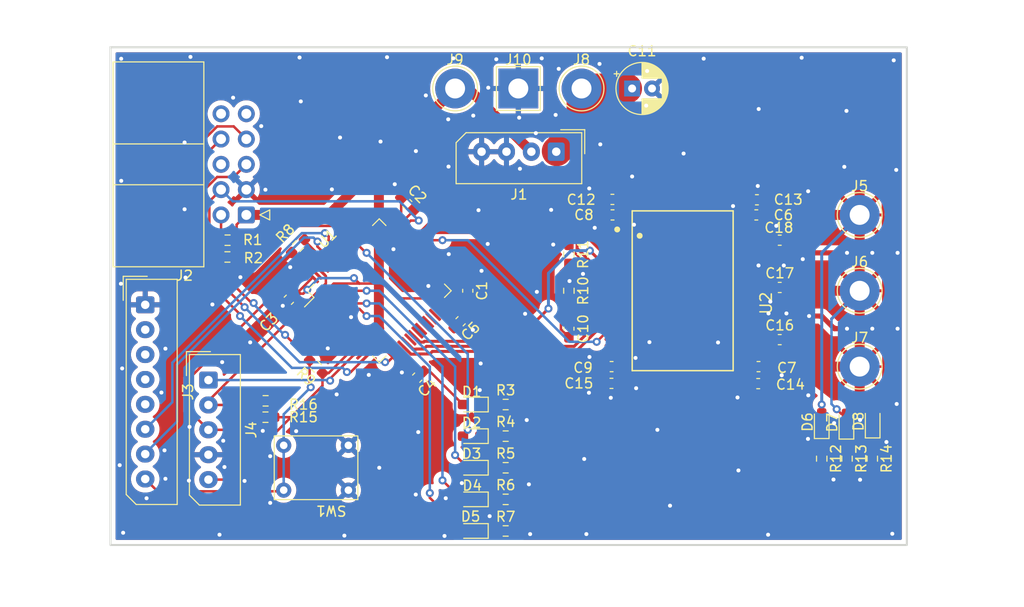
<source format=kicad_pcb>
(kicad_pcb (version 20211014) (generator pcbnew)
  (layers (0 "F.Cu" signal) (31 "B.Cu" signal) (34 "B.Paste" user) (35 "F.Paste" user) (36 "B.SilkS" user "B.Silkscreen") (37 "F.SilkS" user "F.Silkscreen") (38 "B.Mask" user) (39 "F.Mask" user) (44 "Edge.Cuts" user))
  (net 0 "")
  (net 1 "+3.3V")
  (net 2 "GND")
  (net 3 "Net-(C5-Pad2)")
  (net 4 "+12V")
  (net 5 "Net-(C10-Pad1)")
  (net 6 "Net-(C10-Pad2)")
  (net 7 "Net-(D6-Pad1)")
  (net 8 "Net-(D7-Pad1)")
  (net 9 "Net-(D1-Pad1)")
  (net 10 "Net-(D2-Pad1)")
  (net 11 "LED1")
  (net 12 "Net-(D3-Pad1)")
  (net 13 "LED2")
  (net 14 "Net-(D4-Pad1)")
  (net 15 "LED3")
  (net 16 "Net-(D5-Pad1)")
  (net 17 "LED4")
  (net 18 "SWCLK")
  (net 19 "SWDIO")
  (net 20 "NRST")
  (net 22 "TX_PC")
  (net 23 "RX_PC")
  (net 26 "MOSI")
  (net 27 "MISO")
  (net 28 "SCK")
  (net 29 "CS")
  (net 30 "TX_Main")
  (net 31 "RX_Main")
  (net 32 "Net-(R8-Pad1)")
  (net 33 "Net-(D8-Pad1)")
  (net 40 "analog")
  (net 42 "SDA")
  (net 43 "SCL")
  (net 45 "Net-(R11-Pad1)")
  (net 58 "PWM2")
  (net 59 "reset0")
  (net 60 "reset1")
  (net 61 "reset2")
  (net 72 "PWM0")
  (net 73 "PWM1")
  (net 79 "C")
  (net 80 "B")
  (net 81 "A")
  (net 82 "Net-(C16-Pad1)")
  (net 83 "Net-(C17-Pad1)")
  (net 84 "Net-(C18-Pad1)")
  (footprint "Capacitor_SMD:C_0603_1608Metric_Pad1.08x0.95mm_HandSolder" (layer "F.Cu") (at 164.938943 115.319434)
    (fp_text reference "C13")
    (fp_text value "100n")
  )
  (footprint "Resistor_SMD:R_0603_1608Metric_Pad0.98x0.95mm_HandSolder" (layer "F.Cu") (at 139.7 142.24)
    (fp_text reference "R5")
    (fp_text value "3.3k")
  )
  (footprint "Diode_SMD:D_0603_1608Metric_Pad1.05x0.95mm_HandSolder" (layer "F.Cu") (at 136.285 135.89 180)
    (fp_text reference "D1")
    (fp_text value "Green")
  )
  (footprint "Resistor_SMD:R_0603_1608Metric_Pad0.98x0.95mm_HandSolder" (layer "F.Cu") (at 139.7 148.59)
    (fp_text reference "R7")
    (fp_text value "3.3k")
  )
  (footprint "Capacitor_SMD:C_0603_1608Metric_Pad1.08x0.95mm_HandSolder" (layer "F.Cu") (at 167.2325 124.128081)
    (fp_text reference "C17")
    (fp_text value "100n")
  )
  (footprint "Capacitor_SMD:C_0603_1608Metric_Pad1.08x0.95mm_HandSolder" (layer "F.Cu") (at 164.878068 116.84)
    (fp_text reference "C6")
    (fp_text value "1u")
  )
  (footprint "Diode_SMD:D_0603_1608Metric_Pad1.05x0.95mm_HandSolder" (layer "F.Cu") (at 136.285 139.065 180)
    (fp_text reference "D2")
    (fp_text value "Yellow")
  )
  (footprint "Resistor_SMD:R_0603_1608Metric_Pad0.98x0.95mm_HandSolder" (layer "F.Cu") (at 120.65 132.08 135)
    (fp_text reference "R9")
    (fp_text value "10k")
  )
  (footprint "Connector_Molex:Molex_SPOX_5267-05A_1x05_P2.50mm_Vertical" (layer "F.Cu") (at 109.84 133.43 -90)
    (fp_text reference "J4")
    (fp_text value "Conn_01x05_Male")
  )
  (footprint "TestPoint:TestPoint_THTPad_D4.0mm_Drill2.0mm" (layer "F.Cu") (at 175.26 132.08)
    (fp_text reference "J7")
    (fp_text value "Conn_01x01")
  )
  (footprint "Connector_Molex:Molex_SPOX_5267-08A_1x08_P2.50mm_Vertical" (layer "F.Cu") (at 103.49 125.87 -90)
    (fp_text reference "J3")
    (fp_text value "Main")
  )
  (footprint "Connector_Molex:Molex_SPOX_5267-04A_1x04_P2.50mm_Vertical" (layer "F.Cu") (at 144.78 110.49 180)
    (fp_text reference "J1")
    (fp_text value "Power")
  )
  (footprint "Resistor_SMD:R_0603_1608Metric_Pad0.98x0.95mm_HandSolder" (layer "F.Cu") (at 111.76 119.38)
    (fp_text reference "R1")
    (fp_text value "10k")
  )
  (footprint "Capacitor_SMD:C_0603_1608Metric_Pad1.08x0.95mm_HandSolder" (layer "F.Cu") (at 165.1 132.08)
    (fp_text reference "C7")
    (fp_text value "1u")
  )
  (footprint "TestPoint:TestPoint_THTPad_D4.0mm_Drill2.0mm" (layer "F.Cu") (at 147.32 104.14)
    (fp_text reference "J8")
    (fp_text value "Conn_01x01")
  )
  (footprint "Capacitor_THT:CP_Radial_D5.0mm_P2.00mm" (layer "F.Cu") (at 152.4 104.14)
    (fp_text reference "C11")
    (fp_text value "100uF 25v")
  )
  (footprint "Capacitor_SMD:C_0603_1608Metric_Pad1.08x0.95mm_HandSolder" (layer "F.Cu") (at 150.434 116.84 180)
    (fp_text reference "C8")
    (fp_text value "1u")
  )
  (footprint "Capacitor_SMD:C_0603_1608Metric_Pad1.08x0.95mm_HandSolder" (layer "F.Cu") (at 130.813147 133.187837 -135)
    (fp_text reference "C4")
    (fp_text value "100n")
  )
  (footprint "Resistor_SMD:R_0603_1608Metric_Pad0.98x0.95mm_HandSolder" (layer "F.Cu") (at 173.99 141.3275 -90)
    (fp_text reference "R13")
    (fp_text value "3.3k")
  )
  (footprint "Resistor_SMD:R_0603_1608Metric_Pad0.98x0.95mm_HandSolder" (layer "F.Cu") (at 176.53 141.3275 -90)
    (fp_text reference "R14")
    (fp_text value "3.3k")
  )
  (footprint "Resistor_SMD:R_0603_1608Metric_Pad0.98x0.95mm_HandSolder" (layer "F.Cu") (at 146.05 124.46 -90)
    (fp_text reference "R10")
    (fp_text value "1")
  )
  (footprint "Connector_IDC:IDC-Header_2x05_P2.54mm_Horizontal" (layer "F.Cu") (at 113.6475 116.84 180)
    (fp_text reference "J2")
    (fp_text value "Write")
  )
  (footprint "Capacitor_SMD:C_0603_1608Metric_Pad1.08x0.95mm_HandSolder" (layer "F.Cu") (at 129.809492 115.748386 -45)
    (fp_text reference "C2")
    (fp_text value "100n")
  )
  (footprint "Capacitor_SMD:C_0603_1608Metric_Pad1.08x0.95mm_HandSolder" (layer "F.Cu") (at 150.421161 115.28323 180)
    (fp_text reference "C12")
    (fp_text value "100n")
  )
  (footprint "Capacitor_SMD:C_0603_1608Metric_Pad1.08x0.95mm_HandSolder" (layer "F.Cu") (at 165.068519 133.787309)
    (fp_text reference "C14")
    (fp_text value "100n")
  )
  (footprint "Capacitor_SMD:C_0603_1608Metric_Pad1.08x0.95mm_HandSolder" (layer "F.Cu") (at 117.916806 125.361567 -135)
    (fp_text reference "C3")
    (fp_text value "100n")
  )
  (footprint "TestPoint:TestPoint_THTPad_D4.0mm_Drill2.0mm" (layer "F.Cu") (at 175.26 116.84)
    (fp_text reference "J5")
    (fp_text value "Conn_01x01")
  )
  (footprint "TestPoint:TestPoint_THTPad_D4.0mm_Drill2.0mm" (layer "F.Cu") (at 175.26 124.46)
    (fp_text reference "J6")
    (fp_text value "Conn_01x01")
  )
  (footprint "TestPoint:TestPoint_THTPad_4.0x4.0mm_Drill2.0mm" (layer "F.Cu") (at 140.97 104.14)
    (fp_text reference "J10")
    (fp_text value "Conn_01x01")
  )
  (footprint "Capacitor_SMD:C_0603_1608Metric_Pad1.08x0.95mm_HandSolder" (layer "F.Cu") (at 135.171088 127.522205 -135)
    (fp_text reference "C5")
    (fp_text value "4.7u")
  )
  (footprint "Resistor_SMD:R_0603_1608Metric_Pad0.98x0.95mm_HandSolder" (layer "F.Cu") (at 139.7 135.89)
    (fp_text reference "R3")
    (fp_text value "3.3k")
  )
  (footprint "Resistor_SMD:R_0603_1608Metric_Pad0.98x0.95mm_HandSolder" (layer "F.Cu") (at 115.57 137.16)
    (fp_text reference "R15")
    (fp_text value "10k")
  )
  (footprint "Capacitor_SMD:C_0603_1608Metric_Pad1.08x0.95mm_HandSolder" (layer "F.Cu") (at 167.2325 129.368775)
    (fp_text reference "C16")
    (fp_text value "100n")
  )
  (footprint "TestPoint:TestPoint_THTPad_D4.0mm_Drill2.0mm" (layer "F.Cu") (at 134.62 104.14)
    (fp_text reference "J9")
    (fp_text value "Conn_01x01")
  )
  (footprint "Diode_SMD:D_0603_1608Metric_Pad1.05x0.95mm_HandSolder" (layer "F.Cu") (at 136.285 142.24 180)
    (fp_text reference "D3")
    (fp_text value "Red")
  )
  (footprint "Resistor_SMD:R_0603_1608Metric_Pad0.98x0.95mm_HandSolder" (layer "F.Cu") (at 139.7 139.065)
    (fp_text reference "R4")
    (fp_text value "3.3k")
  )
  (footprint "Resistor_SMD:R_0603_1608Metric_Pad0.98x0.95mm_HandSolder" (layer "F.Cu") (at 146.05 120.806326 -90)
    (fp_text reference "R11")
    (fp_text value "33k")
  )
  (footprint "Capacitor_SMD:C_0603_1608Metric_Pad1.08x0.95mm_HandSolder" (layer "F.Cu") (at 167.2325 119.38)
    (fp_text reference "C18")
    (fp_text value "100n")
  )
  (footprint "1_MakeByMyself:HTSSOP36" (layer "F.Cu") (at 157.48 124.46 -90)
    (fp_text reference "U2")
    (fp_text value "DRV8332DKDR" hide)
  )
  (footprint "Diode_SMD:D_0603_1608Metric_Pad1.05x0.95mm_HandSolder" (layer "F.Cu") (at 176.568445 137.584197 90)
    (fp_text reference "D8")
    (fp_text value "Red")
  )
  (footprint "Package_QFP:LQFP-64_10x10mm_P0.5mm" (layer "F.Cu") (at 127 124.46 45)
    (fp_text reference "U1")
    (fp_text value "STM32F446RETx")
  )
  (footprint "Diode_SMD:D_0603_1608Metric_Pad1.05x0.95mm_HandSolder" (layer "F.Cu") (at 171.45 137.645 90)
    (fp_text reference "D6")
    (fp_text value "Red")
  )
  (footprint "1_MakeByMyself:TACT2" (layer "F.Cu") (at 120.65 142.24 180)
    (fp_text reference "SW1")
    (fp_text value "SW_Push_Dual")
  )
  (footprint "Capacitor_SMD:C_0603_1608Metric_Pad1.08x0.95mm_HandSolder" (layer "F.Cu") (at 150.34 132.08 180)
    (fp_text reference "C9")
    (fp_text value "1u")
  )
  (footprint "Resistor_SMD:R_0603_1608Metric_Pad0.98x0.95mm_HandSolder" (layer "F.Cu") (at 111.746646 121.063985)
    (fp_text reference "R2")
    (fp_text value "10k")
  )
  (footprint "Capacitor_SMD:C_0603_1608Metric_Pad1.08x0.95mm_HandSolder" (layer "F.Cu") (at 150.327118 133.763173 180)
    (fp_text reference "C15")
    (fp_text value "100n")
  )
  (footprint "Resistor_SMD:R_0603_1608Metric_Pad0.98x0.95mm_HandSolder" (layer "F.Cu") (at 118.840286 119.969224 -135)
    (fp_text reference "R8")
    (fp_text value "10k")
  )
  (footprint "Diode_SMD:D_0603_1608Metric_Pad1.05x0.95mm_HandSolder" (layer "F.Cu") (at 136.285 145.415 180)
    (fp_text reference "D4")
    (fp_text value "Red")
  )
  (footprint "Resistor_SMD:R_0603_1608Metric_Pad0.98x0.95mm_HandSolder" (layer "F.Cu") (at 115.583353 135.517413)
    (fp_text reference "R16")
    (fp_text value "10k")
  )
  (footprint "Resistor_SMD:R_0603_1608Metric_Pad0.98x0.95mm_HandSolder" (layer "F.Cu") (at 139.7 145.415)
    (fp_text reference "R6")
    (fp_text value "3.3k")
  )
  (footprint "Capacitor_SMD:C_0603_1608Metric_Pad1.08x0.95mm_HandSolder" (layer "F.Cu") (at 135.89 124.46 -90)
    (fp_text reference "C1")
    (fp_text value "100n")
  )
  (footprint "Diode_SMD:D_0603_1608Metric_Pad1.05x0.95mm_HandSolder" (layer "F.Cu") (at 136.285 148.59 180)
    (fp_text reference "D5")
    (fp_text value "Red")
  )
  (footprint "Capacitor_SMD:C_0603_1608Metric_Pad1.08x0.95mm_HandSolder" (layer "F.Cu") (at 146.05 128.27 -90)
    (fp_text reference "C10")
    (fp_text value "100n")
  )
  (footprint "Resistor_SMD:R_0603_1608Metric_Pad0.98x0.95mm_HandSolder" (layer "F.Cu") (at 171.45 141.3275 -90)
    (fp_text reference "R12")
    (fp_text value "3.3k")
  )
  (footprint "Diode_SMD:D_0603_1608Metric_Pad1.05x0.95mm_HandSolder" (layer "F.Cu") (at 173.932331 137.699534 90)
    (fp_text reference "D7")
    (fp_text value "Red")
  )
  (gr_rect (start 100 100) (end 180 150) (layer "Edge.Cuts") (width 0.2) (fill none))
  (segment (start 132.097957 132.577957) (end 131.423027 132.577957) (width 0.25) (layer "F.Cu") (net 1))
  (segment (start 118.526686 124.751687) (end 118.682651 124.751687) (width 0.25) (layer "F.Cu") (net 1))
  (segment (start 112.6725 119.38) (end 112.6725 117.815) (width 0.25) (layer "F.Cu") (net 1))
  (segment (start 126.961828 128.231828) (end 127 128.27) (width 1) (layer "F.Cu") (net 1))
  (segment (start 118.526686 124.751687) (end 119.364302 124.751687) (width 0.25) (layer "F.Cu") (net 1))
  (segment (start 126.961828 119.341828) (end 126.961828 123.228172) (width 1) (layer "F.Cu") (net 1))
  (segment (start 129.036726 125.226726) (end 127.038172 123.228172) (width 0.25) (layer "F.Cu") (net 1))
  (segment (start 127 128.349088) (end 127 128.27) (width 0.25) (layer "F.Cu") (net 1))
  (segment (start 129.068287 130.417375) (end 131.228869 132.577957) (width 0.25) (layer "F.Cu") (net 1))
  (segment (start 118.134236 137.16) (end 119.392118 135.902118) (width 0.25) (layer "F.Cu") (net 1))
  (segment (start 131.228869 132.577957) (end 131.423027 132.577957) (width 0.25) (layer "F.Cu") (net 1))
  (segment (start 111.864236 143.43) (end 119.392118 135.902118) (width 0.25) (layer "F.Cu") (net 1))
  (segment (start 134.62 104.14) (end 135.93 104.14) (width 1) (layer "F.Cu") (net 1))
  (segment (start 126.961828 125.691828) (end 126.961828 128.231828) (width 1) (layer "F.Cu") (net 1))
  (segment (start 125.172613 129.469367) (end 125.879721 129.469367) (width 0.25) (layer "F.Cu") (net 1))
  (segment (start 121.295235 133.999001) (end 121.295235 132.725235) (width 0.25) (layer "F.Cu") (net 1))
  (segment (start 116.4825 137.16) (end 116.4825 135.530766) (width 0.25) (layer "F.Cu") (net 1))
  (segment (start 112.659146 119.393354) (end 112.6725 119.38) (width 0.25) (layer "F.Cu") (net 1))
  (segment (start 129.199612 116.957088) (end 129.199612 115.138506) (width 0.25) (layer "F.Cu") (net 1))
  (segment (start 122.4212 123.7355) (end 125.0055 123.7355) (width 0.25) (layer "F.Cu") (net 1))
  (segment (start 119.364302 124.751687) (end 119.766831 124.349158) (width 0.25) (layer "F.Cu") (net 1))
  (segment (start 126.961828 111.798172) (end 126.961828 119.341828) (width 1) (layer "F.Cu") (net 1))
  (segment (start 125.0055 123.7355) (end 126.4545 123.7355) (width 0.25) (layer "F.Cu") (net 1))
  (segment (start 121.92 116.84) (end 113.6475 116.84) (width 1) (layer "F.Cu") (net 1))
  (segment (start 133.666319 125.821181) (end 135.89 123.5975) (width 0.25) (layer "F.Cu") (net 1))
  (segment (start 121.295235 132.725235) (end 121.916745 132.725235) (width 0.25) (layer "F.Cu") (net 1))
  (segment (start 126.4545 123.7355) (end 126.961828 123.228172) (width 0.25) (layer "F.Cu") (net 1))
  (segment (start 125.879721 129.469367) (end 127 128.349088) (width 0.25) (layer "F.Cu") (net 1))
  (segment (start 126.961828 119.194872) (end 126.961828 119.341828) (width 0.25) (layer "F.Cu") (net 1))
  (segment (start 119.392118 135.902118) (end 121.295235 133.999001) (width 0.25) (layer "F.Cu") (net 1))
  (segment (start 129.068287 130.417375) (end 127 128.349088) (width 0.25) (layer "F.Cu") (net 1))
  (segment (start 109.84 143.43) (end 111.864236 143.43) (width 0.25) (layer "F.Cu") (net 1))
  (segment (start 133.664481 125.821181) (end 133.666319 125.821181) (width 0.25) (layer "F.Cu") (net 1))
  (segment (start 128.361181 117.795519) (end 129.199612 116.957088) (width 0.25) (layer "F.Cu") (net 1))
  (segment (start 112.659146 121.063985) (end 112.659146 119.393354) (width 0.25) (layer "F.Cu") (net 1))
  (segment (start 134.62 104.14) (end 126.961828 111.798172) (width 1) (layer "F.Cu") (net 1))
  (segment (start 116.4825 137.16) (end 118.134236 137.16) (width 0.25) (layer "F.Cu") (net 1))
  (segment (start 124.46 123.19) (end 125.0055 123.7355) (width 0.25) (layer "F.Cu") (net 1))
  (segment (start 118.682651 124.751687) (end 120.335519 123.098819) (width 0.25) (layer "F.Cu") (net 1))
  (segment (start 135.93 104.14) (end 142.28 110.49) (width 1) (layer "F.Cu") (net 1))
  (segment (start 116.4825 135.530766) (end 116.495853 135.517413) (width 0.25) (layer "F.Cu") (net 1))
  (segment (start 133.664481 125.821181) (end 133.070026 125.226726) (width 0.25) (layer "F.Cu") (net 1))
  (segment (start 126.961828 111.798172) (end 121.92 116.84) (width 1) (layer "F.Cu") (net 1))
  (segment (start 112.6725 117.815) (end 113.6475 116.84) (width 0.25) (layer "F.Cu") (net 1))
  (segment (start 127.038172 123.228172) (end 126.961828 123.228172) (width 0.25) (layer "F.Cu") (net 1))
  (segment (start 121.916745 132.725235) (end 124.578159 130.063821) (width 0.25) (layer "F.Cu") (net 1))
  (segment (start 135.41 135.89) (end 132.097957 132.577957) (width 0.25) (layer "F.Cu") (net 1))
  (segment (start 126.961828 123.228172) (end 126.961828 125.691828) (width 1) (layer "F.Cu") (net 1))
  (segment (start 124.578159 130.063821) (end 125.172613 129.469367) (width 0.25) (layer "F.Cu") (net 1))
  (segment (start 128.361181 117.795519) (end 126.961828 119.194872) (width 0.25) (layer "F.Cu") (net 1))
  (segment (start 120.335519 125.821181) (end 122.4212 123.7355) (width 0.25) (layer "F.Cu") (net 1))
  (segment (start 133.070026 125.226726) (end 129.036726 125.226726) (width 0.25) (layer "F.Cu") (net 1))
  (via (at 124.46 123.19) (size 0.8) (drill 0.4) (layers "F.Cu" "B.Cu") (net 1))
  (via (at 119.766831 124.349158) (size 0.8) (drill 0.4) (layers "F.Cu" "B.Cu") (net 1))
  (segment (start 119.766831 124.349158) (end 120.925989 123.19) (width 0.25) (layer "B.Cu") (net 1))
  (segment (start 120.925989 123.19) (end 124.46 123.19) (width 0.25) (layer "B.Cu") (net 1))
  (segment (start 146.85957 123.033605) (end 147.029765 123.2038) (width 0.25) (layer "F.Cu") (net 2))
  (segment (start 146.923968 122.941609) (end 147.015965 122.849612) (width 0.25) (layer "F.Cu") (net 2))
  (segment (start 135.89 125.3225) (end 135.89 126.803293) (width 0.25) (layer "F.Cu") (net 2))
  (segment (start 135.637832 126.769189) (end 135.780968 126.912325) (width 0.25) (layer "F.Cu") (net 2))
  (segment (start 164.282 121.92) (end 164.056 121.694) (width 0.5) (layer "F.Cu") (net 2))
  (segment (start 173.99 128.27) (end 176.53 128.27) (width 0.5) (layer "F.Cu") (net 2))
  (segment (start 147.042278 122.555222) (end 147.061963 122.555222) (width 0.25) (layer "F.Cu") (net 2))
  (segment (start 146.05 123.5475) (end 146.1125 123.485) (width 0.25) (layer "F.Cu") (net 2))
  (segment (start 172.72 128.27) (end 173.99 128.27) (width 0.5) (layer "F.Cu") (net 2))
  (segment (start 147.015965 122.849612) (end 147.015965 122.822013) (width 0.25) (layer "F.Cu") (net 2))
  (segment (start 146.831971 123.033605) (end 146.923968 122.941609) (width 0.25) (layer "F.Cu") (net 2))
  (segment (start 124.81906 127.764737) (end 124.164719 127.110396) (width 0.25) (layer "F.Cu") (net 2))
  (segment (start 130.203267 132.259461) (end 128.714734 130.770928) (width 0.25) (layer "F.Cu") (net 2))
  (segment (start 164.056 121.535) (end 164.056 121.694) (width 0.25) (layer "F.Cu") (net 2))
  (segment (start 165.1 121.92) (end 164.282 121.92) (width 0.5) (layer "F.Cu") (net 2))
  (segment (start 170.18 127) (end 171.45 127) (width 0.5) (layer "F.Cu") (net 2))
  (segment (start 146.748564 123.485) (end 146.937768 123.295796) (width 0.25) (layer "F.Cu") (net 2))
  (segment (start 146.831971 123.033605) (end 146.85957 123.033605) (width 0.25) (layer "F.Cu") (net 2))
  (segment (start 168.91 121.92) (end 167.64 121.92) (width 0.5) (layer "F.Cu") (net 2))
  (segment (start 173.99 120.65) (end 170.18 120.65) (width 0.5) (layer "F.Cu") (net 2))
  (segment (start 133.905383 126.769189) (end 135.637832 126.769189) (width 0.25) (layer "F.Cu") (net 2))
  (segment (start 146.1125 123.485) (end 146.748564 123.485) (width 0.25) (layer "F.Cu") (net 2))
  (segment (start 176.53 120.65) (end 173.99 120.65) (width 0.5) (layer "F.Cu") (net 2))
  (segment (start 169.545 121.285) (end 168.91 121.92) (width 0.5) (layer "F.Cu") (net 2))
  (segment (start 164.056 126.085) (end 164.056 127.385) (width 0.25) (layer "F.Cu") (net 2))
  (segment (start 130.419372 116.444434) (end 128.714734 118.149072) (width 0.25) (layer "F.Cu") (net 2))
  (segment (start 147.291955 122.941609) (end 146.923968 122.941609) (width 0.25) (layer "F.Cu") (net 2))
  (segment (start 121.828003 130.247483) (end 121.885242 130.304722) (width 0.25) (layer "F.Cu") (net 2))
  (segment (start 120.689072 122.745266) (end 120.094617 122.150811) (width 0.25) (layer "F.Cu") (net 2))
  (segment (start 120.094617 122.150811) (end 119.727891 122.150811) (width 0.25) (layer "F.Cu") (net 2))
  (segment (start 124.224606 129.710268) (end 124.81906 129.115814) (width 0.25) (layer "F.Cu") (net 2))
  (segment (start 146.297104 123.300396) (end 146.565181 123.300396) (width 0.25) (layer "F.Cu") (net 2))
  (segment (start 146.565181 123.300396) (end 146.569781 123.295796) (width 0.25) (layer "F.Cu") (net 2))
  (segment (start 146.937768 123.295796) (end 147.029765 123.2038) (width 0.25) (layer "F.Cu") (net 2))
  (segment (start 130.203267 133.797717) (end 130.203267 132.259461) (width 0.25) (layer "F.Cu") (net 2))
  (segment (start 147.029765 123.2038) (end 147.466749 122.766815) (width 0.25) (layer "F.Cu") (net 2))
  (segment (start 146.1125 123.485) (end 147.042278 122.555222) (width 0.25) (layer "F.Cu") (net 2))
  (segment (start 179.07 128.27) (end 179.07 120.65) (width 0.5) (layer "F.Cu") (net 2))
  (segment (start 167.905 126.735) (end 168.645 126.735) (width 0.5) (layer "F.Cu") (net 2))
  (segment (start 123.630152 130.304722) (end 124.224606 129.710268) (width 0.25) (layer "F.Cu") (net 2))
  (segment (start 146.569781 123.295796) (end 146.937768 123.295796) (width 0.25) (layer "F.Cu") (net 2))
  (segment (start 171.45 127) (end 172.72 128.27) (width 0.5) (layer "F.Cu") (net 2))
  (segment (start 166.105 126.735) (end 167.905 126.735) (width 0.5) (layer "F.Cu") (net 2))
  (segment (start 164.056 126.735) (end 166.105 126.735) (width 0.5) (layer "F.Cu") (net 2))
  (segment (start 117.306926 124.571776) (end 117.306926 125.971447) (width 0.25) (layer "F.Cu") (net 2))
  (segment (start 146.1125 123.485) (end 150.904 123.485) (width 0.25) (layer "F.Cu") (net 2))
  (segment (start 133.310928 126.174734) (end 133.905383 126.769189) (width 0.25) (layer "F.Cu") (net 2))
  (segment (start 130.419372 116.358266) (end 130.419372 116.444434) (width 0.25) (layer "F.Cu") (net 2))
  (segment (start 146.1125 123.485) (end 146.297104 123.300396) (width 0.25) (layer "F.Cu") (net 2))
  (segment (start 168.91 127) (end 170.18 127) (width 0.5) (layer "F.Cu") (net 2))
  (segment (start 168.645 126.735) (end 168.91 127) (width 0.5) (layer "F.Cu") (net 2))
  (segment (start 146.565181 123.300396) (end 146.831971 123.033605) (width 0.25) (layer "F.Cu") (net 2))
  (segment (start 124.81906 129.115814) (end 124.81906 127.764737) (width 0.25) (layer "F.Cu") (net 2))
  (segment (start 164.056 121.694) (end 164.056 122.185) (width 0.25) (layer "F.Cu") (net 2))
  (segment (start 170.18 120.65) (end 169.545 121.285) (width 0.5) (layer "F.Cu") (net 2))
  (segment (start 147.466749 122.766815) (end 147.291955 122.941609) (width 0.25) (layer "F.Cu") (net 2))
  (segment (start 135.89 126.803293) (end 135.780968 126.912325) (width 0.25) (layer "F.Cu") (net 2))
  (segment (start 121.885242 130.304722) (end 123.630152 130.304722) (width 0.25) (layer "F.Cu") (net 2))
  (segment (start 167.64 121.92) (end 165.1 121.92) (width 0.5) (layer "F.Cu") (net 2))
  (segment (start 140.6125 148.59) (end 140.6125 135.89) (width 0.25) (layer "F.Cu") (net 2))
  (segment (start 176.53 128.27) (end 179.07 128.27) (width 0.5) (layer "F.Cu") (net 2))
  (segment (start 119.727891 122.150811) (end 117.306926 124.571776) (width 0.25) (layer "F.Cu") (net 2))
  (segment (start 179.07 120.65) (end 176.53 120.65) (width 0.5) (layer "F.Cu") (net 2))
  (via (at 133.958975 111.987361) (size 0.8) (drill 0.4) (layers "F.Cu" "B.Cu") (net 2))
  (via (at 111.324338 139.527721) (size 0.8) (drill 0.4) (layers "F.Cu" "B.Cu") (net 2))
  (via (at 167.429672 132.945358) (size 0.8) (drill 0.4) (layers "F.Cu" "B.Cu") (net 2))
  (via (at 113.466711 143.564076) (size 0.8) (drill 0.4) (layers "F.Cu" "B.Cu") (net 2))
  (via (at 172.631194 143.423192) (size 0.8) (drill 0.4) (layers "F.Cu" "B.Cu") (net 2))
  (via (at 122.719278 134.870389) (size 0.8) (drill 0.4) (layers "F.Cu" "B.Cu") (net 2))
  (via (at 122.239501 114.275965) (size 0.8) (drill 0.4) (layers "F.Cu" "B.Cu") (net 2))
  (via (at 131.933286 123.979755) (size 0.8) (drill 0.4) (layers "F.Cu" "B.Cu") (net 2))
  (via (at 167.64 121.92) (size 0.8) (drill 0.4) (layers "F.Cu" "B.Cu") (net 2))
  (via (at 176.53 120.65) (size 0.8) (drill 0.4) (layers "F.Cu" "B.Cu") (net 2))
  (via (at 136.442885 106.864295) (size 0.8) (drill 0.4) (layers "F.Cu" "B.Cu") (net 2))
  (via (at 141.131267 112.204703) (size 0.8) (drill 0.4) (layers "F.Cu" "B.Cu") (net 2))
  (via (at 173.99 120.65) (size 0.8) (drill 0.4) (layers "F.Cu" "B.Cu") (net 2))
  (via (at 107.443227 109.565548) (size 0.8) (drill 0.4) (layers "F.Cu" "B.Cu") (net 2))
  (via (at 108.033156 100.965007) (size 0.8) (drill 0.4) (layers "F.Cu" "B.Cu") (net 2))
  (via (at 177.950903 139.655927) (size 0.8) (drill 0.4) (layers "F.Cu" "B.Cu") (net 2))
  (via (at 178.683168 101.309764) (size 0.8) (drill 0.4) (layers "F.Cu" "B.Cu") (net 2))
  (via (at 125.948362 132.914309) (size 0.8) (drill 0.4) (layers "F.Cu" "B.Cu") (net 2))
  (via (at 118.993412 101.027105) (size 0.8) (drill 0.4) (layers "F.Cu" "B.Cu") (net 2))
  (via (at 142.031685 143.905614) (size 0.8) (drill 0.4) (layers "F.Cu" "B.Cu") (net 2))
  (via (at 137.273694 122.45836) (size 0.8) (drill 0.4) (layers "F.Cu" "B.Cu") (net 2))
  (via (at 137.894672 119.757107) (size 0.8) (drill 0.4) (layers "F.Cu" "B.Cu") (net 2))
  (via (at 105.42505 140.490237) (size 0.8) (drill 0.4) (layers "F.Cu" "B.Cu") (net 2))
  (via (at 133.679535 145.302814) (size 0.8) (drill 0.4) (layers "F.Cu" "B.Cu") (net 2))
  (via (at 127 142.24) (size 0.8) (drill 0.4) (layers "F.Cu" "B.Cu") (net 2))
  (via (at 128.424762 120.284938) (size 0.8) (drill 0.4) (layers "F.Cu" "B.Cu") (net 2))
  (via (at 138.757508 101.204385) (size 0.8) (drill 0.4) (layers "F.Cu" "B.Cu") (net 2))
  (via (at 173.99 128.27) (size 0.8) (drill 0.4) (layers "F.Cu" "B.Cu") (net 2))
  (via (at 142.731765 108.625068) (size 0.8) (drill 0.4) (layers "F.Cu" "B.Cu") (net 2))
  (via (at 170.099876 134.963535) (size 0.8) (drill 0.4) (layers "F.Cu" "B.Cu") (net 2))
  (via (at 130.680802 110.428908) (size 0.8) (drill 0.4) (layers "F.Cu" "B.Cu") (net 2))
  (via (at 170.085832 114.462259) (size 0.8) (drill 0.4) (layers "F.Cu" "B.Cu") (net 2))
  (via (at 166.105 126.735) (size 0.8) (drill 0.4) (layers "F.Cu" "B.Cu") (net 2))
  (via (at 161.033602 129.654176) (size 0.8) (drill 0.4) (layers "F.Cu" "B.Cu") (net 2))
  (via (at 154.14075 129.623127) (size 0.8) (drill 0.4) (layers "F.Cu" "B.Cu") (net 2))
  (via (at 114.033583 129.643496) (size 0.8) (drill 0.4) (layers "F.Cu" "B.Cu") (net 2))
  (via (at 107.940009 138.130521) (size 0.8) (drill 0.4) (layers "F.Cu" "B.Cu") (net 2))
  (via (at 111.448533 142.166876) (size 0.8) (drill 0.4) (layers "F.Cu" "B.Cu") (net 2))
  (via (at 159.591309 101.142287) (size 0.8) (drill 0.4) (layers "F.Cu" "B.Cu") (net 2))
  (via (at 101.078206 113.415609) (size 0.8) (drill 0.4) (layers "F.Cu" "B.Cu") (net 2))
  (via (at 152.74355 131.20662) (size 0.8) (drill 0.4) (layers "F.Cu" "B.Cu") (net 2))
  (via (at 152.402012 112.980925) (size 0.8) (drill 0.4) (layers "F.Cu" "B.Cu") (net 2))
  (via (at 166.282746 125.55016) (size 0.8) (drill 0.4) (layers "F.Cu" "B.Cu") (net 2))
  (via (at 137.950237 104.060882) (size 0.8) (drill 0.4) (layers "F.Cu" "B.Cu") (net 2))
  (via (at 152.588305 117.824551) (size 0.8) (drill 0.4) (layers "F.Cu" "B.Cu") (net 2))
  (via (at 116.043768 141.080165) (size 0.8) (drill 0.4) (layers "F.Cu" "B.Cu") (net 2))
  (via (at 131.678362 104.837105) (size 0.8) (drill 0.4) (layers "F.Cu" "B.Cu") (net 2))
  (via (at 175.301398 137.441107) (size 0.8) (drill 0.4) (layers "F.Cu" "B.Cu") (net 2))
  (via (at 148.065173 134.707138) (size 0.8) (drill 0.4) (layers "F.Cu" "B.Cu") (net 2))
  (via (at 170.18 127) (size 0.8) (drill 0.4) (layers "F.Cu" "B.Cu") (net 2))
  (via (at 119.117608 105.436046) (size 0.8) (drill 0.4) (layers "F.Cu" "B.Cu") (net 2))
  (via (at 137.188059 131.7655) (size 0.8) (drill 0.4) (layers "F.Cu" "B.Cu") (net 2))
  (via (at 133.982513 120.78172) (size 0.8) (drill 0.4) (layers "F.Cu" "B.Cu") (net 2))
  (via (at 134.441713 101.111238) (size 0.8) (drill 0.4) (layers "F.Cu" "B.Cu") (net 2))
  (via (at 101.270148 148.770284) (size 0.8) (drill 0.4) (layers "F.Cu" "B.Cu") (net 2))
  (via (at 103.624214 145.302814) (size 0.8) (drill 0.4) (layers "F.Cu" "B.Cu") (net 2))
  (via (at 113.049736 123.098003) (size 0.8) (drill 0.4) (layers "F.Cu" "B.Cu") (net 2))
  (via (at 178.934764 112.319886) (size 0.8) (drill 0.4) (layers "F.Cu" "B.Cu") (net 2))
  (via (at 142.831445 124.569684) (size 0.8) (drill 0.4) (layers "F.Cu" "B.Cu") (net 2))
  (via (at 110.951751 148.966582) (size 0.8) (drill 0.4) (layers "F.Cu" "B.Cu") (net 2))
  (via (at 135.294077 143.781418) (size 0.8) (drill 0.4) (layers "F.Cu" "B.Cu") (net 2))
  (via (at 145.029382 102.1669) (size 0.8) (drill 0.4) (layers "F.Cu" "B.Cu") (net 2))
  (via (at 101.073836 101.151961) (size 0.8) (drill 0.4) (layers "F.Cu" "B.Cu") (net 2))
  (via (at 169.433806 101.049141) (size 0.8) (drill 0.4) (layers "F.Cu" "B.Cu") (net 2))
  (via (at 162.540953 115.952605) (size 0.8) (drill 0.4) (layers "F.Cu" "B.Cu") (net 2))
  (via (at 127.780247 100.996056) (size 0.8) (drill 0.4) (layers "F.Cu" "B.Cu") (net 2))
  (via (at 107.443227 116.272107) (size 0.8) (drill 0.4) (layers "F.Cu" "B.Cu") (net 2))
  (via (at 111.218484 131.630624) (size 0.8) (drill 0.4) (layers "F.Cu" "B.Cu") (net 2))
  (via (at 178.539164 148.872444) (size 0.8) (drill 0.4) (layers "F.Cu" "B.Cu") (net 2))
  (via (at 176.53 128.27) (size 0.8) (drill 0.4) (layers "F.Cu" "B.Cu") (net 2))
  (via (at 116.043768 145.768547) (size 0.8) (drill 0.4) (layers "F.Cu" "B.Cu") (net 2))
  (via (at 141.055125 107.072624) (size 0.8) (drill 0.4) (layers "F.Cu" "B.Cu") (net 2))
  (via (at 167.905 126.735) (size 0.8) (drill 0.4) (layers "F.Cu" "B.Cu") (net 2))
  (via (at 123.495501 149.059729) (size 0.8) (drill 0.4) (layers "F.Cu" "B.Cu") (net 2))
  (via (at 136.970716 116.365253) (size 0.8) (drill 0.4) (layers "F.Cu" "B.Cu") (net 2))
  (via (at 115.563991 114.307014) (size 0.8) (drill 0.4) (layers "F.Cu" "B.Cu") (net 2))
  (via (at 179.07 128.27) (size 0.8) (drill 0.4) (layers "F.Cu" "B.Cu") (net 2))
  (via (at 124.164719 127.110396) (size 0.8) (drill 0.4) (layers "F.Cu" "B.Cu") (net 2))
  (via (at 144.718893 106.793184) (size 0.8) (drill 0.4) (layers "F.Cu" "B.Cu") (net 2))
  (via (at 121.828003 130.247483) (size 0.8) (drill 0.4) (layers "F.Cu" "B.Cu") (net 2))
  (via (at 173.935894 106.389549) (size 0.8) (drill 0.4) (layers "F.Cu" "B.Cu") (net 2))
  (via (at 117.306926 125.971447) (size 0.8) (drill 0.4) (layers "F.Cu" "B.Cu") (net 2))
  (via (at 147.589435 141.359605) (size 0.8) (drill 0.4) (layers "F.Cu" "B.Cu") (net 2))
  (via (at 133.555339 149.090778) (size 0.8) (drill 0.4) (layers "F.Cu" "B.Cu") (net 2))
  (via (at 100.922962 141.980583) (size 0.8) (drill 0.4) (layers "F.Cu" "B.Cu") (net 2))
  (via (at 170.068827 139.341428) (size 0.8) (drill 0.4) (layers "F.Cu" "B.Cu") (net 2))
  (via (at 105.114561 134.684095) (size 0.8) (drill 0.4) (layers "F.Cu" "B.Cu") (net 2))
  (via (at 115.143351 107.919957) (size 0.8) (drill 0.4) (layers "F.Cu" "B.Cu") (net 2))
  (via (at 143.321694 101.111238) (size 0.8) (drill 0.4) (layers "F.Cu" "B.Cu") (net 2))
  (via (at 144.477036 119.819205) (size 0.8) (drill 0.4) (layers "F.Cu" "B.Cu") (net 2))
  (via (at 115.298595 138.534157) (size 0.8) (drill 0.4) (layers "F.Cu" "B.Cu") (net 2))
  (via (at 101.047157 123.754888) (size 0.8) (drill 0.4) (layers "F.Cu" "B.Cu") (net 2))
  (via (at 110.237627 125.835163) (size 0.8) (drill 0.4) (layers "F.Cu" "B.Cu") (net 2))
  (via (at 123.060816 109.068766) (size 0.8) (drill 0.4) (layers "F.Cu" "B.Cu") (net 2))
  (via (at 169.545 121.285) (size 0.8) (drill 0.4) (layers "F.Cu" "B.Cu") (net 2))
  (via (at 175.301398 143.443891) (size 0.8) (drill 0.4) (layers "F.Cu" "B.Cu") (net 2))
  (via (at 149.127835 101.670118) (size 0.8) (drill 0.4) (layers "F.Cu" "B.Cu") (net 2))
  (via (at 105.518196 130.275154) (size 0.8) (drill 0.4) (layers "F.Cu" "B.Cu") (net 2))
  (via (at 163.082828 142.508414) (size 0.8) (drill 0.4) (layers "F.Cu" "B.Cu") (net 2))
  (via (at 162.989682 135.180877) (size 0.8) (drill 0.4) (layers "F.Cu" "B.Cu") (net 2))
  (via (at 130.916184 138.658352) (size 0.8) (drill 0.4) (layers "F.Cu" "B.Cu") (net 2))
  (via (at 148.645097 118.13504) (size 0.8) (drill 0.4) (layers "F.Cu" "B.Cu") (net 2))
  (via (at 153.816217 105.861718) (size 0.8) (drill 0.4) (layers "F.Cu" "B.Cu") (net 2))
  (via (at 112.317902 105.063459) (size 0.8) (drill 0.4) (layers "F.Cu" "B.Cu") (net 2))
  (via (at 147.466749 122.766815) (size 0.8) (drill 0.4) (layers "F.Cu" "B.Cu") (net 2))
  (via (at 165.1 121.92) (size 0.8) (drill 0.4) (layers "F.Cu" "B.Cu") (net 2))
  (via (at 172.693292 137.751596) (size 0.8) (drill 0.4) (layers "F.Cu" "B.Cu") (net 2))
  (via (at 178.979857 135.832904) (size 0.8) (drill 0.4) (layers "F.Cu" "B.Cu") (net 2))
  (via (at 147.806777 148.904484) (size 0.8) (drill 0.4) (layers "F.Cu" "B.Cu") (net 2))
  (via (at 166.063521 148.966582) (size 0.8) (drill 0.4) (layers "F.Cu" "B.Cu") (net 2))
  (via (at 130.667793 144.930227) (size 0.8) (drill 0.4) (layers "F.Cu" "B.Cu") (net 2))
  (via (at 141.651587 126.774155) (size 0.8) (drill 0.4) (layers "F.Cu" "B.Cu") (net 2))
  (via (at 105.518196 143.346734) (size 0.8) (drill 0.4) (layers "F.Cu" "B.Cu") (net 2))
  (via (at 156.21 146.05) (size 0.8) (drill 0.4) (layers "F.Cu" "B.Cu") (net 2))
  (via (at 157.573132 110.674295) (size 0.8) (drill 0.4) (layers "F.Cu" "B.Cu") (net 2))
  (via (at 153.909363 102.384243) (size 0.8) (drill 0.4) (layers "F.Cu" "B.Cu") (net 2))
  (via (at 141.814342 137.447446) (size 0.8) (drill 0.4) (layers "F.Cu" "B.Cu") (net 2))
  (via (at 152.805647 134.249411) (size 0.8) (drill 0.4) (layers "F.Cu" "B.Cu") (net 2))
  (via (at 173.718552 112.009397) (size 0.8) (drill 0.4) (layers "F.Cu" "B.Cu") (net 2))
  (via (at 148.117266 131.113474) (size 0.8) (drill 0.4) (layers "F.Cu" "B.Cu") (net 2))
  (via (at 133.927926 107.236881) (size 0.8) (drill 0.4) (layers "F.Cu" "B.Cu") (net 2))
  (via (at 137.094912 134.435704) (size 0.8) (drill 0.4) (layers "F.Cu" "B.Cu") (net 2))
  (via (at 127.12822 109.472401) (size 0.8) (drill 0.4) (layers "F.Cu" "B.Cu") (net 2))
  (via (at 149.203977 109.751841) (size 0.8) (drill 0.4) (layers "F.Cu" "B.Cu") (net 2))
  (via (at 101.171353 132.262282) (size 0.8) (drill 0.4) (layers "F.Cu" "B.Cu") (net 2))
  (via (at 166.887797 117.939734) (size 0.8) (drill 0.4) (layers "F.Cu" "B.Cu") (net 2))
  (via (at 144.267204 116.334205) (size 0.8) (drill 0.4) (layers "F.Cu" "B.Cu") (net 2))
  (via (at 107.877912 143.533027) (size 0.8) (drill 0.4) (layers "F.Cu" "B.Cu") (net 2))
  (via (at 148.094224 114.181812) (size 0.8) (drill 0.4) (layers "F.Cu" "B.Cu") (net 2))
  (via (at 128.556469 113.757147) (size 0.8) (drill 0.4) (layers "F.Cu" "B.Cu") (net 2))
  (via (at 165.024864 113.934428) (size 0.8) (drill 0.4) (layers "F.Cu" "B.Cu") (net 2))
  (via (at 179.07 120.65) (size 0.8) (drill 0.4) (layers "F.Cu" "B.Cu") (net 2))
  (via (at 138.088476 147.103649) (size 0.8) (drill 0.4) (layers "F.Cu" "B.Cu") (net 2))
  (via (at 142.15588 148.904484) (size 0.8) (drill 0.4) (layers "F.Cu" "B.Cu") (net 2))
  (via (at 129.270593 132.665918) (size 0.8) (drill 0.4) (layers "F.Cu" "B.Cu") (net 2))
  (via (at 136.404326 128.388697) (size 0.8) (drill 0.4) (layers "F.Cu" "B.Cu") (net 2))
  (via (at 150.259639 135.211926) (size 0.8) (drill 0.4) (layers "F.Cu" "B.Cu") (net 2))
  (via (at 118.054801 122.091727) (size 0.8) (drill 0.4) (layers "F.Cu" "B.Cu") (net 2))
  (via (at 165.118011 106.203255) (size 0.8) (drill 0.4) (layers "F.Cu" "B.Cu") (net 2))
  (via (at 154.94 138.43) (size 0.8) (drill 0.4) (layers "F.Cu" "B.Cu") (net 2))
  (via (at 118.651875 138.565206) (size 0.8) (drill 0.4) (layers "F.Cu" "B.Cu") (net 2))
  (via (at 107.536374 123.13391) (size 0.8) (drill 0.4) (layers "F.Cu" "B.Cu") (net 2))
  (via (at 146.1125 123.485) (size 0.8) (drill 0.4) (layers "F.Cu" "B.Cu") (net 2))
  (segment (start 132.957375 126.528287) (end 132.95741 126.528287) (width 0.25) (layer "F.Cu") (net 3))
  (segment (start 132.95741 126.528287) (end 134.561208 128.132085) (width 0.25) (layer "F.Cu") (net 3))
  (segment (start 154.94 111.76) (end 154.94 127) (width 3) (layer "F.Cu") (net 4))
  (segment (start 162.33 129.671) (end 162.33 128.999) (width 0.5) (layer "F.Cu") (net 4))
  (segment (start 162.644 118.935) (end 164.056 118.935) (width 0.5) (layer "F.Cu") (net 4))
  (segment (start 162.33 128.999) (end 162.33 123.799) (width 0.5) (layer "F.Cu") (net 4))
  (segment (start 162.644 123.485) (end 164.056 123.485) (width 0.5) (layer "F.Cu") (net 4))
  (segment (start 151.2025 132.08) (end 151.2025 130.2835) (width 0.5) (layer "F.Cu") (net 4))
  (segment (start 162.33 123.799) (end 162.33 120.549) (width 0.5) (layer "F.Cu") (net 4))
  (segment (start 151.283661 115.28323) (end 151.283661 116.827161) (width 0.25) (layer "F.Cu") (net 4))
  (segment (start 164.206019 133.787309) (end 164.206019 132.111481) (width 0.5) (layer "F.Cu") (net 4))
  (segment (start 151.283661 116.827161) (end 151.2965 116.84) (width 0.25) (layer "F.Cu") (net 4))
  (segment (start 150.904 129.985) (end 150.904 129.335) (width 0.5) (layer "F.Cu") (net 4))
  (segment (start 164.056 129.985) (end 162.644 129.985) (width 0.5) (layer "F.Cu") (net 4))
  (segment (start 162.33 119.249) (end 162.33 118.525568) (width 0.5) (layer "F.Cu") (net 4))
  (segment (start 147.32 104.14) (end 154.94 111.76) (width 3) (layer "F.Cu") (net 4))
  (segment (start 152.316 129.335) (end 153.67 127.981) (width 0.5) (layer "F.Cu") (net 4))
  (segment (start 147.32 104.14) (end 147.32 107.95) (width 3) (layer "F.Cu") (net 4))
  (segment (start 158.75 115.57) (end 157.48 114.3) (width 3) (layer "F.Cu") (net 4))
  (segment (start 162.33 128.999) (end 162.644 128.685) (width 0.5) (layer "F.Cu") (net 4))
  (segment (start 162.33 118.525568) (end 164.015568 116.84) (width 0.5) (layer "F.Cu") (net 4))
  (segment (start 164.2375 131.5785) (end 162.644 129.985) (width 0.5) (layer "F.Cu") (net 4))
  (segment (start 147.32 107.95) (end 144.8295 110.4405) (width 3) (layer "F.Cu") (net 4))
  (segment (start 162.33 120.549) (end 162.33 119.249) (width 0.5) (layer "F.Cu") (net 4))
  (segment (start 151.189618 133.763173) (end 151.189618 132.092882) (width 0.5) (layer "F.Cu") (net 4))
  (segment (start 162.33 120.549) (end 162.644 120.235) (width 0.5) (layer "F.Cu") (net 4))
  (segment (start 162.33 119.249) (end 162.644 118.935) (width 0.5) (layer "F.Cu") (net 4))
  (segment (start 151.189618 132.092882) (end 151.2025 132.08) (width 0.5) (layer "F.Cu") (net 4))
  (segment (start 162.644 128.685) (end 164.056 128.685) (width 0.5) (layer "F.Cu") (net 4))
  (segment (start 161.0805 117.9005) (end 161.0805 127) (width 3) (layer "F.Cu") (net 4))
  (segment (start 164.206019 132.111481) (end 164.2375 132.08) (width 0.5) (layer "F.Cu") (net 4))
  (segment (start 162.644 120.235) (end 164.056 120.235) (width 0.5) (layer "F.Cu") (net 4))
  (segment (start 150.904 129.335) (end 152.316 129.335) (width 0.5) (layer "F.Cu") (net 4))
  (segment (start 164.015568 115.380309) (end 164.076443 115.319434) (width 0.5) (layer "F.Cu") (net 4))
  (segment (start 151.2965 116.84) (end 151.2965 118.5425) (width 0.25) (layer "F.Cu") (net 4))
  (segment (start 164.2375 132.08) (end 164.2375 131.5785) (width 0.5) (layer "F.Cu") (net 4))
  (segment (start 153.67 120.289) (end 152.316 118.935) (width 0.5) (layer "F.Cu") (net 4))
  (segment (start 162.644 129.985) (end 162.33 129.671) (width 0.5) (layer "F.Cu") (net 4))
  (segment (start 154.94 111.76) (end 161.0805 117.9005) (width 3) (layer "F.Cu") (net 4))
  (segment (start 162.33 123.799) (end 162.644 123.485) (width 0.5) (layer "F.Cu") (net 4))
  (segment (start 152.316 118.935) (end 150.904 118.935) (width 0.5) (layer "F.Cu") (net 4))
  (segment (start 153.67 127.981) (end 153.67 120.289) (width 0.5) (layer "F.Cu") (net 4))
  (segment (start 154.94 127) (end 161.0805 127) (width 3) (layer "F.Cu") (net 4))
  (segment (start 164.015568 116.84) (end 164.015568 115.380309) (width 0.5) (layer "F.Cu") (net 4))
  (segment (start 151.2965 118.5425) (end 150.904 118.935) (width 0.25) (layer "F.Cu") (net 4))
  (segment (start 151.2025 130.2835) (end 150.904 129.985) (width 0.5) (layer "F.Cu") (net 4))
  (segment (start 147.32 104.14) (end 151.9005 104.14) (width 3) (layer "F.Cu") (net 4))
  (segment (start 161.0805 117.9005) (end 158.75 115.57) (width 3) (layer "F.Cu") (net 4))
  (segment (start 150.904 124.785) (end 150.904 125.435) (width 0.25) (layer "F.Cu") (net 5))
  (segment (start 146.05 127.4075) (end 148.0225 125.435) (width 0.25) (layer "F.Cu") (net 5))
  (segment (start 148.0225 125.435) (end 150.904 125.435) (width 0.25) (layer "F.Cu") (net 5))
  (segment (start 145.25 126.1725) (end 145.25 128.3325) (width 0.25) (layer "F.Cu") (net 6))
  (segment (start 148.38625 126.79625) (end 149.0975 126.085) (width 0.25) (layer "F.Cu") (net 6))
  (segment (start 146.05 129.1325) (end 148.38625 126.79625) (width 0.25) (layer "F.Cu") (net 6))
  (segment (start 150.904 126.735) (end 148.4475 126.735) (width 0.25) (layer "F.Cu") (net 6))
  (segment (start 145.25 128.3325) (end 146.05 129.1325) (width 0.25) (layer "F.Cu") (net 6))
  (segment (start 145.25 124.5725) (end 146.05 125.3725) (width 0.25) (layer "F.Cu") (net 6))
  (segment (start 149.0975 126.085) (end 150.904 126.085) (width 0.25) (layer "F.Cu") (net 6))
  (segment (start 146.05 125.3725) (end 145.25 126.1725) (width 0.25) (layer "F.Cu") (net 6))
  (segment (start 146.05 125.3725) (end 147.2875 124.135) (width 0.25) (layer "F.Cu") (net 6))
  (segment (start 145.25 122.518826) (end 145.25 124.5725) (width 0.25) (layer "F.Cu") (net 6))
  (segment (start 147.2875 124.135) (end 150.904 124.135) (width 0.25) (layer "F.Cu") (net 6))
  (segment (start 146.05 121.718826) (end 145.25 122.518826) (width 0.25) (layer "F.Cu") (net 6))
  (segment (start 148.4475 126.735) (end 148.38625 126.79625) (width 0.25) (layer "F.Cu") (net 6))
  (segment (start 171.45 140.415) (end 171.45 138.52) (width 0.25) (layer "F.Cu") (net 7))
  (segment (start 173.932331 138.574534) (end 173.932331 140.357331) (width 0.25) (layer "F.Cu") (net 8))
  (segment (start 173.932331 140.357331) (end 173.99 140.415) (width 0.25) (layer "F.Cu") (net 8))
  (segment (start 137.16 135.89) (end 138.7875 135.89) (width 0.25) (layer "F.Cu") (net 9))
  (segment (start 137.16 139.065) (end 138.7875 139.065) (width 0.25) (layer "F.Cu") (net 10))
  (segment (start 135.41 138.91) (end 135.89 138.43) (width 0.25) (layer "F.Cu") (net 11))
  (segment (start 125.73 120.65) (end 125.664874 120.65) (width 0.25) (layer "F.Cu") (net 11))
  (segment (start 125.664874 120.65) (end 124.224606 119.209732) (width 0.25) (layer "F.Cu") (net 11))
  (segment (start 135.41 139.065) (end 135.41 138.91) (width 0.25) (layer "F.Cu") (net 11))
  (via (at 135.89 138.43) (size 0.8) (drill 0.4) (layers "F.Cu" "B.Cu") (net 11))
  (via (at 125.73 120.65) (size 0.8) (drill 0.4) (layers "F.Cu" "B.Cu") (net 11))
  (segment (start 135.89 130.81) (end 125.73 120.65) (width 0.25) (layer "B.Cu") (net 11))
  (segment (start 135.89 138.43) (end 135.89 130.81) (width 0.25) (layer "B.Cu") (net 11))
  (segment (start 137.16 142.24) (end 138.7875 142.24) (width 0.25) (layer "F.Cu") (net 12))
  (segment (start 125.73 124.46) (end 122.403806 124.46) (width 0.25) (layer "F.Cu") (net 13))
  (segment (start 135.41 141.76) (end 134.62 140.97) (width 0.25) (layer "F.Cu") (net 13))
  (segment (start 135.41 142.24) (end 135.41 141.76) (width 0.25) (layer "F.Cu") (net 13))
  (segment (start 122.403806 124.46) (end 120.689072 126.174734) (width 0.25) (layer "F.Cu") (net 13))
  (via (at 125.73 124.46) (size 0.8) (drill 0.4) (layers "F.Cu" "B.Cu") (net 13))
  (via (at 134.62 140.97) (size 0.8) (drill 0.4) (layers "F.Cu" "B.Cu") (net 13))
  (segment (start 134.62 132.08) (end 128.27 125.73) (width 0.25) (layer "B.Cu") (net 13))
  (segment (start 134.62 140.97) (end 134.62 132.08) (width 0.25) (layer "B.Cu") (net 13))
  (segment (start 127 124.46) (end 125.73 124.46) (width 0.25) (layer "B.Cu") (net 13))
  (segment (start 128.27 125.73) (end 127 124.46) (width 0.25) (layer "B.Cu") (net 13))
  (segment (start 137.16 145.415) (end 138.7875 145.415) (width 0.25) (layer "F.Cu") (net 14))
  (segment (start 125.73 125.73) (end 121.840912 125.73) (width 0.25) (layer "F.Cu") (net 15))
  (segment (start 135.41 145.415) (end 135.255 145.415) (width 0.25) (layer "F.Cu") (net 15))
  (segment (start 135.255 145.415) (end 133.35 143.51) (width 0.25) (layer "F.Cu") (net 15))
  (segment (start 121.840912 125.73) (end 121.042625 126.528287) (width 0.25) (layer "F.Cu") (net 15))
  (via (at 133.35 143.51) (size 0.8) (drill 0.4) (layers "F.Cu" "B.Cu") (net 15))
  (via (at 125.73 125.73) (size 0.8) (drill 0.4) (layers "F.Cu" "B.Cu") (net 15))
  (segment (start 127 125.73) (end 125.73 125.73) (width 0.25) (layer "B.Cu") (net 15))
  (segment (start 133.35 143.51) (end 133.35 133.35) (width 0.25) (layer "B.Cu") (net 15))
  (segment (start 133.35 132.08) (end 127 125.73) (width 0.25) (layer "B.Cu") (net 15))
  (segment (start 133.35 133.35) (end 133.35 132.08) (width 0.25) (layer "B.Cu") (net 15))
  (segment (start 137.16 148.59) (end 138.7875 148.59) (width 0.25) (layer "F.Cu") (net 16))
  (segment (start 132.08 145.26) (end 132.08 144.78) (width 0.25) (layer "F.Cu") (net 17))
  (segment (start 121.990634 126.287386) (end 121.396179 126.881841) (width 0.25) (layer "F.Cu") (net 17))
  (segment (start 125.017386 126.287386) (end 121.990634 126.287386) (width 0.25) (layer "F.Cu") (net 17))
  (segment (start 125.73 127) (end 125.017386 126.287386) (width 0.25) (layer "F.Cu") (net 17))
  (segment (start 135.41 148.59) (end 132.08 145.26) (width 0.25) (layer "F.Cu") (net 17))
  (via (at 125.73 127) (size 0.8) (drill 0.4) (layers "F.Cu" "B.Cu") (net 17))
  (via (at 132.08 144.78) (size 0.8) (drill 0.4) (layers "F.Cu" "B.Cu") (net 17))
  (segment (start 132.08 132.08) (end 127 127) (width 0.25) (layer "B.Cu") (net 17))
  (segment (start 132.08 144.78) (end 132.08 132.08) (width 0.25) (layer "B.Cu") (net 17))
  (segment (start 127 127) (end 125.73 127) (width 0.25) (layer "B.Cu") (net 17))
  (segment (start 122.266797 117.946679) (end 118.273321 117.946679) (width 0.25) (layer "F.Cu") (net 18))
  (segment (start 123.012412 117.201064) (end 122.266797 117.946679) (width 0.25) (layer "F.Cu") (net 18))
  (segment (start 125.638819 117.795519) (end 125.044364 117.201064) (width 0.25) (layer "F.Cu") (net 18))
  (segment (start 125.044364 117.201064) (end 123.012412 117.201064) (width 0.25) (layer "F.Cu") (net 18))
  (segment (start 112.359696 122.04753) (end 111.646646 121.33448) (width 0.25) (layer "F.Cu") (net 18))
  (segment (start 111.1075 119.12) (end 110.8475 119.38) (width 0.25) (layer "F.Cu") (net 18))
  (segment (start 111.646646 121.33448) (end 111.646646 120.179146) (width 0.25) (layer "F.Cu") (net 18))
  (segment (start 114.17247 122.04753) (end 112.359696 122.04753) (width 0.25) (layer "F.Cu") (net 18))
  (segment (start 111.1075 116.84) (end 111.1075 119.12) (width 0.25) (layer "F.Cu") (net 18))
  (segment (start 118.273321 117.946679) (end 114.17247 122.04753) (width 0.25) (layer "F.Cu") (net 18))
  (segment (start 111.646646 120.179146) (end 110.8475 119.38) (width 0.25) (layer "F.Cu") (net 18))
  (segment (start 130.964591 117.408816) (end 130.162096 117.408816) (width 0.25) (layer "F.Cu") (net 19))
  (segment (start 109.9325 120.162339) (end 110.834146 121.063985) (width 0.25) (layer "F.Cu") (net 19))
  (segment (start 111.1075 114.3) (end 109.9325 115.475) (width 0.25) (layer "F.Cu") (net 19))
  (segment (start 109.9325 115.475) (end 109.9325 120.162339) (width 0.25) (layer "F.Cu") (net 19))
  (segment (start 130.162096 117.408816) (end 129.068287 118.502625) (width 0.25) (layer "F.Cu") (net 19))
  (via (at 130.964591 117.408816) (size 0.8) (drill 0.4) (layers "F.Cu" "B.Cu") (net 19))
  (segment (start 111.1075 114.3) (end 112.2825 115.475) (width 0.25) (layer "B.Cu") (net 19))
  (segment (start 112.2825 115.475) (end 129.030775 115.475) (width 0.25) (layer "B.Cu") (net 19))
  (segment (start 129.030775 115.475) (end 130.964591 117.408816) (width 0.25) (layer "B.Cu") (net 19))
  (segment (start 109.482999 114.2628) (end 109.482999 120.995833) (width 0.25) (layer "F.Cu") (net 20))
  (segment (start 120.004765 130.394575) (end 120.75467 129.64467) (width 0.25) (layer "F.Cu") (net 20))
  (segment (start 120.004765 134.044127) (end 120.115138 134.1545) (width 0.25) (layer "F.Cu") (net 20))
  (segment (start 114.178288 125.691122) (end 114.384033 125.691122) (width 0.25) (layer "F.Cu") (net 20))
  (segment (start 103.49 143.37) (end 104.725 144.605) (width 0.25) (layer "F.Cu") (net 20))
  (segment (start 109.482999 120.995833) (end 114.178288 125.691122) (width 0.25) (layer "F.Cu") (net 20))
  (segment (start 113.6475 111.76) (end 112.3775 113.03) (width 0.25) (layer "F.Cu") (net 20))
  (segment (start 118.296131 129.64467) (end 120.75467 129.64467) (width 0.25) (layer "F.Cu") (net 20))
  (segment (start 117.285 144.605) (end 117.4 144.49) (width 0.25) (layer "F.Cu") (net 20))
  (segment (start 112.3775 113.03) (end 110.715799 113.03) (width 0.25) (layer "F.Cu") (net 20))
  (segment (start 120.75467 129.64467) (end 122.456839 127.942501) (width 0.25) (layer "F.Cu") (net 20))
  (segment (start 117.541101 128.88964) (end 118.296131 129.64467) (width 0.25) (layer "F.Cu") (net 20))
  (segment (start 120.004765 131.434765) (end 120.004765 130.394575) (width 0.25) (layer "F.Cu") (net 20))
  (segment (start 110.715799 113.03) (end 109.482999 114.2628) (width 0.25) (layer "F.Cu") (net 20))
  (segment (start 120.004765 131.434765) (end 120.004765 134.044127) (width 0.25) (layer "F.Cu") (net 20))
  (segment (start 104.725 144.605) (end 117.285 144.605) (width 0.25) (layer "F.Cu") (net 20))
  (via (at 117.541101 128.88964) (size 0.8) (drill 0.4) (layers "F.Cu" "B.Cu") (net 20))
  (via (at 120.115138 134.1545) (size 0.8) (drill 0.4) (layers "F.Cu" "B.Cu") (net 20))
  (via (at 114.384033 125.691122) (size 0.8) (drill 0.4) (layers "F.Cu" "B.Cu") (net 20))
  (segment (start 117.4 139.99) (end 117.4 144.49) (width 0.25) (layer "B.Cu") (net 20))
  (segment (start 117.4 136.869638) (end 120.115138 134.1545) (width 0.25) (layer "B.Cu") (net 20))
  (segment (start 117.4 139.99) (end 117.4 136.869638) (width 0.25) (layer "B.Cu") (net 20))
  (segment (start 114.384033 125.814033) (end 114.384033 125.691122) (width 0.25) (layer "B.Cu") (net 20))
  (segment (start 117.45964 128.88964) (end 114.384033 125.814033) (width 0.25) (layer "B.Cu") (net 20))
  (segment (start 117.541101 128.88964) (end 117.45964 128.88964) (width 0.25) (layer "B.Cu") (net 20))
  (segment (start 110.715799 107.95) (end 108.570977 110.094822) (width 0.25) (layer "F.Cu") (net 22))
  (segment (start 108.570977 110.094822) (end 108.570977 122.385733) (width 0.25) (layer "F.Cu") (net 22))
  (segment (start 124.138356 132.624944) (end 123.748742 132.624944) (width 0.25) (layer "F.Cu") (net 22))
  (segment (start 113.6475 109.22) (end 112.3775 107.95) (width 0.25) (layer "F.Cu") (net 22))
  (segment (start 113.015971 126.830727) (end 113.015971 126.997673) (width 0.25) (layer "F.Cu") (net 22))
  (segment (start 108.570977 122.385733) (end 113.015971 126.830727) (width 0.25) (layer "F.Cu") (net 22))
  (segment (start 112.3775 107.95) (end 110.715799 107.95) (width 0.25) (layer "F.Cu") (net 22))
  (segment (start 125.638819 131.124481) (end 124.138356 132.624944) (width 0.25) (layer "F.Cu") (net 22))
  (via (at 123.748742 132.624944) (size 0.8) (drill 0.4) (layers "F.Cu" "B.Cu") (net 22))
  (via (at 113.015971 126.997673) (size 0.8) (drill 0.4) (layers "F.Cu" "B.Cu") (net 22))
  (segment (start 113.015971 126.997673) (end 118.226594 132.208296) (width 0.25) (layer "B.Cu") (net 22))
  (segment (start 123.332094 132.208296) (end 123.748742 132.624944) (width 0.25) (layer "B.Cu") (net 22))
  (segment (start 118.226594 132.208296) (end 123.332094 132.208296) (width 0.25) (layer "B.Cu") (net 22))
  (segment (start 127.588922 131.632622) (end 127.85304 131.632622) (width 0.25) (layer "F.Cu") (net 23))
  (segment (start 127.85304 131.632622) (end 128.361181 131.124481) (width 0.25) (layer "F.Cu") (net 23))
  (segment (start 109.021689 111.305811) (end 109.021689 121.655581) (width 0.25) (layer "F.Cu") (net 23))
  (segment (start 109.021689 121.655581) (end 113.476909 126.110801) (width 0.25) (layer "F.Cu") (net 23))
  (segment (start 111.1075 109.22) (end 109.021689 111.305811) (width 0.25) (layer "F.Cu") (net 23))
  (via (at 127.588922 131.632622) (size 0.8) (drill 0.4) (layers "F.Cu" "B.Cu") (net 23))
  (via (at 113.476909 126.110801) (size 0.8) (drill 0.4) (layers "F.Cu" "B.Cu") (net 23))
  (segment (start 127.588922 131.632622) (end 118.99873 131.632622) (width 0.25) (layer "B.Cu") (net 23))
  (segment (start 118.99873 131.632622) (end 113.476909 126.110801) (width 0.25) (layer "B.Cu") (net 23))
  (segment (start 121.862384 119.437616) (end 121.862384 120.383044) (width 0.25) (layer "F.Cu") (net 30))
  (segment (start 121.92 119.38) (end 121.862384 119.437616) (width 0.25) (layer "F.Cu") (net 30))
  (segment (start 121.588811 118.671179) (end 121.92 119.002368) (width 0.25) (layer "F.Cu") (net 30))
  (segment (start 121.92 119.002368) (end 121.92 119.38) (width 0.25) (layer "F.Cu") (net 30))
  (segment (start 121.862384 120.383044) (end 122.456839 120.977499) (width 0.25) (layer "F.Cu") (net 30))
  (segment (start 121.533613 118.671179) (end 121.588811 118.671179) (width 0.25) (layer "F.Cu") (net 30))
  (via (at 121.533613 118.671179) (size 0.8) (drill 0.4) (layers "F.Cu" "B.Cu") (net 30))
  (segment (start 106.210371 131.68575) (end 108.151501 129.74462) (width 0.25) (layer "B.Cu") (net 30))
  (segment (start 119.224942 118.671179) (end 121.533613 118.671179) (width 0.25) (layer "B.Cu") (net 30))
  (segment (start 108.151501 129.74462) (end 119.224942 118.671179) (width 0.25) (layer "B.Cu") (net 30))
  (segment (start 106.210371 135.649629) (end 106.210371 134.574447) (width 0.25) (layer "B.Cu") (net 30))
  (segment (start 103.49 138.37) (end 106.210371 135.649629) (width 0.25) (layer "B.Cu") (net 30))
  (segment (start 106.210371 134.574447) (end 106.210371 131.68575) (width 0.25) (layer "B.Cu") (net 30))
  (segment (start 120.787098 120.014864) (end 120.787098 119.514751) (width 0.25) (layer "F.Cu") (net 31))
  (segment (start 122.103286 121.331052) (end 120.787098 120.014864) (width 0.25) (layer "F.Cu") (net 31))
  (via (at 120.787098 119.514751) (size 0.8) (drill 0.4) (layers "F.Cu" "B.Cu") (net 31))
  (segment (start 106.68 131.883112) (end 106.68 137.605) (width 0.25) (layer "B.Cu") (net 31))
  (segment (start 106.68 137.605) (end 103.49 140.795) (width 0.25) (layer "B.Cu") (net 31))
  (segment (start 120.39068 119.12068) (end 119.442432 119.12068) (width 0.25) (layer "B.Cu") (net 31))
  (segment (start 120.784751 119.514751) (end 120.39068 119.12068) (width 0.25) (layer "B.Cu") (net 31))
  (segment (start 119.442432 119.12068) (end 106.68 131.883112) (width 0.25) (layer "B.Cu") (net 31))
  (segment (start 120.787098 119.514751) (end 120.784751 119.514751) (width 0.25) (layer "B.Cu") (net 31))
  (segment (start 103.49 140.795) (end 103.49 140.87) (width 0.25) (layer "B.Cu") (net 31))
  (segment (start 119.485521 119.420395) (end 121.749732 121.684606) (width 0.25) (layer "F.Cu") (net 32))
  (segment (start 119.485521 119.323989) (end 119.485521 119.420395) (width 0.25) (layer "F.Cu") (net 32))
  (segment (start 176.568445 140.376555) (end 176.53 140.415) (width 0.25) (layer "F.Cu") (net 33))
  (segment (start 176.568445 138.459197) (end 176.568445 140.376555) (width 0.25) (layer "F.Cu") (net 33))
  (segment (start 122.063861 133.493861) (end 122.063861 133.285227) (width 0.25) (layer "F.Cu") (net 40))
  (segment (start 122.063861 133.285227) (end 124.931713 130.417375) (width 0.25) (layer "F.Cu") (net 40))
  (via (at 122.063861 133.493861) (size 0.8) (drill 0.4) (layers "F.Cu" "B.Cu") (net 40))
  (segment (start 122 133.43) (end 122.063861 133.493861) (width 0.25) (layer "B.Cu") (net 40))
  (segment (start 109.84 133.43) (end 122 133.43) (width 0.25) (layer "B.Cu") (net 40))
  (segment (start 109.84 135.518173) (end 121.63708 123.721093) (width 0.25) (layer "F.Cu") (net 42))
  (segment (start 114.670853 135.517413) (end 114.258266 135.93) (width 0.25) (layer "F.Cu") (net 42))
  (segment (start 109.84 135.93) (end 109.84 135.518173) (width 0.25) (layer "F.Cu") (net 42))
  (segment (start 121.63708 122.986168) (end 121.042625 122.391713) (width 0.25) (layer "F.Cu") (net 42))
  (segment (start 114.258266 135.93) (end 109.84 135.93) (width 0.25) (layer "F.Cu") (net 42))
  (segment (start 121.63708 123.721093) (end 121.63708 122.986168) (width 0.25) (layer "F.Cu") (net 42))
  (segment (start 120.801725 121.443705) (end 119.738122 121.443705) (width 0.25) (layer "F.Cu") (net 43))
  (segment (start 113.3875 138.43) (end 114.6575 137.16) (width 0.25) (layer "F.Cu") (net 43))
  (segment (start 107.95 133.231827) (end 107.95 136.54) (width 0.25) (layer "F.Cu") (net 43))
  (segment (start 107.95 136.54) (end 109.84 138.43) (width 0.25) (layer "F.Cu") (net 43))
  (segment (start 119.738122 121.443705) (end 107.95 133.231827) (width 0.25) (layer "F.Cu") (net 43))
  (segment (start 109.84 138.43) (end 113.3875 138.43) (width 0.25) (layer "F.Cu") (net 43))
  (segment (start 121.396179 122.038159) (end 120.801725 121.443705) (width 0.25) (layer "F.Cu") (net 43))
  (segment (start 146.05 119.893826) (end 146.05 120.051569) (width 0.25) (layer "F.Cu") (net 45))
  (segment (start 148.833431 122.835) (end 150.904 122.835) (width 0.25) (layer "F.Cu") (net 45))
  (segment (start 146.05 120.051569) (end 148.833431 122.835) (width 0.25) (layer "F.Cu") (net 45))
  (segment (start 131.726446 119.38) (end 130.836054 120.270392) (width 0.25) (layer "F.Cu") (net 58))
  (segment (start 149.742 128.685) (end 148.840925 129.586075) (width 0.25) (layer "F.Cu") (net 58))
  (segment (start 148.840925 129.586075) (end 148.840925 129.588271) (width 0.25) (layer "F.Cu") (net 58))
  (segment (start 150.904 128.685) (end 149.742 128.685) (width 0.25) (layer "F.Cu") (net 58))
  (segment (start 133.35 119.38) (end 131.726446 119.38) (width 0.25) (layer "F.Cu") (net 58))
  (via (at 133.35 119.38) (size 0.8) (drill 0.4) (layers "F.Cu" "B.Cu") (net 58))
  (via (at 148.840925 129.588271) (size 0.8) (drill 0.4) (layers "F.Cu" "B.Cu") (net 58))
  (segment (start 148.840925 129.588271) (end 146.098271 129.588271) (width 0.25) (layer "B.Cu") (net 58))
  (segment (start 146.05 129.54) (end 135.89 119.38) (width 0.25) (layer "B.Cu") (net 58))
  (segment (start 135.89 119.38) (end 133.35 119.38) (width 0.25) (layer "B.Cu") (net 58))
  (segment (start 146.098271 129.588271) (end 146.05 129.54) (width 0.25) (layer "B.Cu") (net 58))
  (segment (start 143.995891 126.249698) (end 140.705589 129.54) (width 0.3) (layer "F.Cu") (net 59))
  (segment (start 131.454036 129.622616) (end 131.101956 129.622616) (width 0.3) (layer "F.Cu") (net 59))
  (segment (start 150.904 121.535) (end 149.264431 121.535) (width 0.3) (layer "F.Cu") (net 59))
  (segment (start 131.536652 129.54) (end 131.454036 129.622616) (width 0.3) (layer "F.Cu") (net 59))
  (segment (start 131.101956 129.622616) (end 130.482501 129.003161) (width 0.3) (layer "F.Cu") (net 59))
  (segment (start 140.705589 129.54) (end 131.536652 129.54) (width 0.3) (layer "F.Cu") (net 59))
  (segment (start 149.264431 121.535) (end 148.159345 120.429914) (width 0.3) (layer "F.Cu") (net 59))
  (via (at 148.159345 120.429914) (size 0.8) (drill 0.4) (layers "F.Cu" "B.Cu") (net 59))
  (via (at 143.995891 126.249698) (size 0.8) (drill 0.4) (layers "F.Cu" "B.Cu") (net 59))
  (segment (start 146.270086 120.429914) (end 143.995891 122.704109) (width 0.3) (layer "B.Cu") (net 59))
  (segment (start 143.995891 122.704109) (end 143.995891 126.249698) (width 0.3) (layer "B.Cu") (net 59))
  (segment (start 148.159345 120.429914) (end 146.270086 120.429914) (width 0.3) (layer "B.Cu") (net 59))
  (segment (start 149.234933 127.385) (end 146.577871 130.042062) (width 0.3) (layer "F.Cu") (net 60))
  (segment (start 131.740992 130.042062) (end 131.472555 130.310499) (width 0.3) (layer "F.Cu") (net 60))
  (segment (start 150.904 127.385) (end 149.234933 127.385) (width 0.3) (layer "F.Cu") (net 60))
  (segment (start 146.577871 130.042062) (end 131.740992 130.042062) (width 0.3) (layer "F.Cu") (net 60))
  (segment (start 130.766154 130.310499) (end 130.746931 130.329722) (width 0.3) (layer "F.Cu") (net 60))
  (segment (start 131.472555 130.310499) (end 130.766154 130.310499) (width 0.3) (layer "F.Cu") (net 60))
  (segment (start 130.394848 130.329722) (end 129.775394 129.710268) (width 0.3) (layer "F.Cu") (net 60))
  (segment (start 130.746931 130.329722) (end 130.394848 130.329722) (width 0.3) (layer "F.Cu") (net 60))
  (segment (start 149.291334 128.035) (end 146.775486 130.550848) (width 0.3) (layer "F.Cu") (net 61))
  (segment (start 146.775486 130.550848) (end 132.339152 130.550848) (width 0.3) (layer "F.Cu") (net 61))
  (segment (start 132.339152 130.550848) (end 132.08 130.81) (width 0.3) (layer "F.Cu") (net 61))
  (segment (start 130.973054 130.81) (end 130.95383 130.829223) (width 0.3) (layer "F.Cu") (net 61))
  (segment (start 130.187243 130.829223) (end 129.421841 130.063821) (width 0.3) (layer "F.Cu") (net 61))
  (segment (start 150.904 128.035) (end 149.291334 128.035) (width 0.3) (layer "F.Cu") (net 61))
  (segment (start 130.95383 130.829223) (end 130.187243 130.829223) (width 0.3) (layer "F.Cu") (net 61))
  (segment (start 132.08 130.81) (end 130.973054 130.81) (width 0.3) (layer "F.Cu") (net 61))
  (segment (start 150.904 120.885) (end 149.764792 120.885) (width 0.3) (layer "F.Cu") (net 72))
  (segment (start 149.764792 120.885) (end 149.646792 120.767) (width 0.3) (layer "F.Cu") (net 72))
  (segment (start 149.589638 120.767) (end 146.433137 117.610499) (width 0.3) (layer "F.Cu") (net 72))
  (segment (start 146.433137 117.610499) (end 132.081735 117.610499) (width 0.3) (layer "F.Cu") (net 72))
  (segment (start 132.081735 117.610499) (end 130.128948 119.563286) (width 0.3) (layer "F.Cu") (net 72))
  (segment (start 149.646792 120.767) (end 149.589638 120.767) (width 0.3) (layer "F.Cu") (net 72))
  (segment (start 148.854477 122.185) (end 146.875 120.205523) (width 0.3) (layer "F.Cu") (net 73))
  (segment (start 146.875 120.205523) (end 146.875 119.394083) (width 0.3) (layer "F.Cu") (net 73))
  (segment (start 131.781986 118.617354) (end 130.482501 119.916839) (width 0.3) (layer "F.Cu") (net 73))
  (segment (start 150.904 122.185) (end 148.854477 122.185) (width 0.3) (layer "F.Cu") (net 73))
  (segment (start 146.098271 118.617354) (end 131.781986 118.617354) (width 0.3) (layer "F.Cu") (net 73))
  (segment (start 146.875 119.394083) (end 146.098271 118.617354) (width 0.3) (layer "F.Cu") (net 73))
  (segment (start 168.095 129.368775) (end 168.067513 129.368775) (width 0.5) (layer "F.Cu") (net 79))
  (segment (start 176.568445 137.099197) (end 175.26 135.790752) (width 0.3) (layer "F.Cu") (net 79))
  (segment (start 177.643303 132.08) (end 177.648651 132.074652) (width 0.25) (layer "F.Cu") (net 79))
  (segment (start 177.648651 130.887895) (end 177.607252 130.846496) (width 0.25) (layer "F.Cu") (net 79))
  (segment (start 168.095 129.368775) (end 166.761225 128.035) (width 0.5) (layer "F.Cu") (net 79))
  (segment (start 177.643303 132.08) (end 177.643303 133.970532) (width 0.25) (layer "F.Cu") (net 79))
  (segment (start 177.648651 132.074652) (end 177.648651 130.887895) (width 0.25) (layer "F.Cu") (net 79))
  (segment (start 166.761225 128.035) (end 166.522225 128.035) (width 0.5) (layer "F.Cu") (net 79))
  (segment (start 166.522225 128.035) (end 167.405 128.035) (width 0.25) (layer "F.Cu") (net 79))
  (segment (start 175.26 135.790752) (end 175.26 134.62) (width 0.3) (layer "F.Cu") (net 79))
  (segment (start 175.26 132.08) (end 175.26 134.62) (width 1) (layer "F.Cu") (net 79))
  (segment (start 175.26 132.08) (end 177.643303 132.08) (width 0.25) (layer "F.Cu") (net 79))
  (segment (start 164.056 128.035) (end 166.522225 128.035) (width 0.25) (layer "F.Cu") (net 79))
  (segment (start 168.067513 129.368775) (end 166.954986 130.481302) (width 0.5) (layer "F.Cu") (net 79))
  (segment (start 175.26 132.08) (end 172.72 132.08) (width 1) (layer "F.Cu") (net 79))
  (segment (start 167.405 128.035) (end 167.64 128.27) (width 0.25) (layer "F.Cu") (net 79))
  (segment (start 175.26 132.08) (end 175.26 129.54) (width 1) (layer "F.Cu") (net 79))
  (segment (start 177.643303 133.970532) (end 177.483057 134.130778) (width 0.25) (layer "F.Cu") (net 79))
  (segment (start 167.094999 123.265142) (end 168.834858 123.265142) (width 0.25) (layer "F.Cu") (net 80))
  (segment (start 175.26 124.46) (end 177.659776 124.46) (width 0.3) (layer "F.Cu") (net 80))
  (segment (start 165.3365 122.9535) (end 165.648142 123.265142) (width 0.25) (layer "F.Cu") (net 80))
  (segment (start 164.056 122.835) (end 165.218 122.835) (width 0.25) (layer "F.Cu") (net 80))
  (segment (start 177.659776 124.46) (end 177.659776 125.784752) (width 0.3) (layer "F.Cu") (net 80))
  (segment (start 175.26 124.46) (end 175.26 121.92) (width 1) (layer "F.Cu") (net 80))
  (segment (start 168.095 124.363246) (end 167.53425 124.923996) (width 0.5) (layer "F.Cu") (net 80))
  (segment (start 165.648142 123.265142) (end 165.916354 123.265142) (width 0.25) (layer "F.Cu") (net 80))
  (segment (start 165.3365 122.9535) (end 165.467625 123.084625) (width 0.25) (layer "F.Cu") (net 80))
  (segment (start 177.659776 125.784752) (end 177.38646 126.058068) (width 0.3) (layer "F.Cu") (net 80))
  (segment (start 165.218 122.835) (end 165.3365 122.9535) (width 0.25) (layer "F.Cu") (net 80))
  (segment (start 173.932331 136.824534) (end 173.419942 136.824534) (width 0.25) (layer "F.Cu") (net 80))
  (segment (start 165.916354 123.265142) (end 167.094999 123.265142) (width 0.25) (layer "F.Cu") (net 80))
  (segment (start 168.834858 123.265142) (end 168.91 123.19) (width 0.25) (layer "F.Cu") (net 80))
  (segment (start 177.659776 124.46) (end 177.66245 124.457326) (width 0.3) (layer "F.Cu") (net 80))
  (segment (start 165.72419 123.043863) (end 165.425162 123.043863) (width 0.25) (layer "F.Cu") (net 80))
  (segment (start 173.419942 136.824534) (end 172.954591 136.359183) (width 0.25) (layer "F.Cu") (net 80))
  (segment (start 164.056 122.835) (end 165.210986 122.835) (width 0.25) (layer "F.Cu") (net 80))
  (segment (start 164.056 122.835) (end 167.285 122.835) (width 0.25) (layer "F.Cu") (net 80))
  (segment (start 167.285 122.835) (end 167.64 123.19) (width 0.25) (layer "F.Cu") (net 80))
  (segment (start 177.66245 123.270568) (end 177.593453 123.201571) (width 0.3) (layer "F.Cu") (net 80))
  (segment (start 167.957938 124.128081) (end 167.094999 123.265142) (width 0.5) (layer "F.Cu") (net 80))
  (segment (start 177.66245 124.457326) (end 177.66245 123.270568) (width 0.3) (layer "F.Cu") (net 80))
  (segment (start 175.26 124.46) (end 171.45 124.46) (width 1) (layer "F.Cu") (net 80))
  (segment (start 164.056 122.835) (end 165.682659 122.835) (width 0.25) (layer "F.Cu") (net 80))
  (segment (start 175.26 124.46) (end 175.26 127) (width 1) (layer "F.Cu") (net 80))
  (segment (start 168.095 124.128081) (end 168.095 124.363246) (width 0.5) (layer "F.Cu") (net 80))
  (segment (start 165.764952 123.084625) (end 165.72419 123.043863) (width 0.25) (layer "F.Cu") (net 80))
  (segment (start 165.467625 123.084625) (end 165.764952 123.084625) (width 0.25) (layer "F.Cu") (net 80))
  (segment (start 168.095 124.128081) (end 167.957938 124.128081) (width 0.5) (layer "F.Cu") (net 80))
  (via (at 172.954591 136.359183) (size 0.8) (drill 0.4) (layers "F.Cu" "B.Cu") (net 80))
  (segment (start 172.954591 136.359183) (end 172.432954 135.837546) (width 0.25) (layer "B.Cu") (net 80))
  (segment (start 172.432954 135.837546) (end 172.432954 127.287046) (width 0.25) (layer "B.Cu") (net 80))
  (segment (start 172.432954 127.287046) (end 175.26 124.46) (width 0.3) (layer "B.Cu") (net 80))
  (segment (start 165.24406 120.885) (end 165.391714 120.737346) (width 0.25) (layer "F.Cu") (net 81))
  (segment (start 169.89385 117.58115) (end 169.89385 117.548528) (width 0.25) (layer "F.Cu") (net 81))
  (segment (start 177.634851 117.005149) (end 177.634851 118.440742) (width 0.3) (layer "F.Cu") (net 81))
  (segment (start 177.469702 116.84) (end 175.26 116.84) (width 0.3) (layer "F.Cu") (net 81))
  (segment (start 177.634851 117.005149) (end 177.469702 116.84) (width 0.3) (layer "F.Cu") (net 81))
  (segment (start 164.056 120.885) (end 167.405 120.885) (width 0.25) (layer "F.Cu") (net 81))
  (segment (start 164.056 120.885) (end 165.137572 120.885) (width 0.25) (layer "F.Cu") (net 81))
  (segment (start 171.45 135.89) (end 171.45 137.16) (width 0.3) (layer "F.Cu") (net 81))
  (segment (start 168.095 118.671572) (end 167.427276 119.339296) (width 0.25) (layer "F.Cu") (net 81))
  (segment (start 167.702995 119.38) (end 168.095 119.38) (width 0.25) (layer "F.Cu") (net 81))
  (segment (start 167.427276 119.339296) (end 167.427276 119.655719) (width 0.25) (layer "F.Cu") (net 81))
  (segment (start 175.26 116.84) (end 172.72 116.84) (width 1) (layer "F.Cu") (net 81))
  (segment (start 177.621052 116.99135) (end 177.621052 115.501448) (width 0.3) (layer "F.Cu") (net 81))
  (segment (start 167.405 120.885) (end 167.64 120.65) (width 0.25) (layer "F.Cu") (net 81))
  (segment (start 168.095 118.671572) (end 169.049092 117.71748) (width 0.25) (layer "F.Cu") (net 81))
  (segment (start 175.26 116.84) (end 175.26 119.38) (width 1) (layer "F.Cu") (net 81))
  (segment (start 164.056 120.885) (end 165.24406 120.885) (width 0.25) (layer "F.Cu") (net 81))
  (segment (start 166.345649 120.737346) (end 167.427276 119.655719) (width 0.25) (layer "F.Cu") (net 81))
  (segment (start 177.634851 117.005149) (end 177.621052 116.99135) (width 0.3) (layer "F.Cu") (net 81))
  (segment (start 167.427276 119.655719) (end 167.702995 119.38) (width 0.25) (layer "F.Cu") (net 81))
  (segment (start 168.095 119.38) (end 168.095 118.671572) (width 0.25) (layer "F.Cu") (net 81))
  (segment (start 175.26 116.84) (end 175.26 114.3) (width 1) (layer "F.Cu") (net 81))
  (segment (start 168.095 119.38) (end 169.89385 117.58115) (width 0.25) (layer "F.Cu") (net 81))
  (segment (start 168.095 119.38) (end 167.965835 119.38) (width 0.25) (layer "F.Cu") (net 81))
  (segment (start 165.391714 120.737346) (end 166.345649 120.737346) (width 0.25) (layer "F.Cu") (net 81))
  (segment (start 167.965835 119.38) (end 166.925127 120.420708) (width 0.25) (layer "F.Cu") (net 81))
  (via (at 171.45 135.89) (size 0.8) (drill 0.4) (layers "F.Cu" "B.Cu") (net 81))
  (segment (start 175.26 116.84) (end 171.45 120.65) (width 0.3) (layer "B.Cu") (net 81))
  (segment (start 171.45 120.65) (end 171.45 135.89) (width 0.3) (layer "B.Cu") (net 81))
  (segment (start 164.056 129.335) (end 166.301694 129.335) (width 0.25) (layer "F.Cu") (net 82))
  (segment (start 166.301694 129.335) (end 166.335469 129.368775) (width 0.25) (layer "F.Cu") (net 82))
  (segment (start 164.062919 124.128081) (end 164.056 124.135) (width 0.25) (layer "F.Cu") (net 83))
  (segment (start 166.457346 124.128081) (end 164.062919 124.128081) (width 0.25) (layer "F.Cu") (net 83))
  (segment (start 164.056 119.585) (end 166.403626 119.585) (width 0.25) (layer "F.Cu") (net 84))
  (zone (net 81) (net_name "A") (layer "F.Cu") (priority 4) (connect_pads (clearance 0.508)) (min_thickness 0.254) (fill yes (thermal_gap 0.508) (thermal_bridge_width 0.508))
    (polygon (pts (xy 177.8 120.65) (xy 170.18 120.65) (xy 167.64 121.92) (xy 165.718756 121.907795) (xy 165.738409 120.65) (xy 166.37 120.65) (xy 172.72 113.03) (xy 177.8 113.03)))
  )
  (zone (net 79) (net_name "C") (layer "F.Cu") (priority 5) (connect_pads (clearance 0.508)) (min_thickness 0.254) (fill yes (thermal_gap 0.508) (thermal_bridge_width 0.508))
    (polygon (pts (xy 172.72 128.27) (xy 177.8 128.27) (xy 177.8 135.586837) (xy 172.72 135.586837) (xy 166.847094 131.041449) (xy 165.588182 128.864837) (xy 165.610081 125.846123)))
  )
  (zone (net 80) (net_name "B") (layer "F.Cu") (priority 3) (connect_pads (clearance 0.508)) (min_thickness 0.254) (fill yes (thermal_gap 0.508) (thermal_bridge_width 0.508))
    (polygon (pts (xy 177.8 128.27) (xy 172.72 128.27) (xy 166.918782 125.014506) (xy 165.1 121.92) (xy 167.64 121.92) (xy 170.18 120.65) (xy 177.8 120.65)))
  )
  (zone (net 2) (net_name "GND") (layers F&B.Cu) (priority 1) (connect_pads (clearance 0.508)) (min_thickness 0.254) (fill yes (thermal_gap 0.508) (thermal_bridge_width 0.508))
    (polygon (pts (xy 191.77 96.52) (xy 190.5 156.21) (xy 88.9 153.67) (xy 99.06 95.25)))
  )
)
</source>
